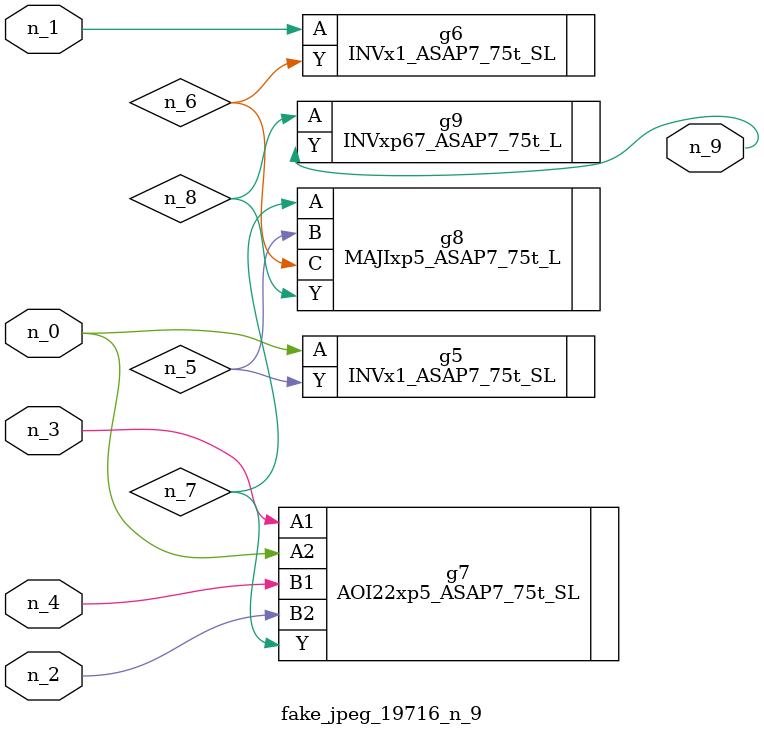
<source format=v>
module fake_jpeg_19716_n_9 (n_3, n_2, n_1, n_0, n_4, n_9);

input n_3;
input n_2;
input n_1;
input n_0;
input n_4;

output n_9;

wire n_8;
wire n_6;
wire n_5;
wire n_7;

INVx1_ASAP7_75t_SL g5 ( 
.A(n_0),
.Y(n_5)
);

INVx1_ASAP7_75t_SL g6 ( 
.A(n_1),
.Y(n_6)
);

AOI22xp5_ASAP7_75t_SL g7 ( 
.A1(n_3),
.A2(n_0),
.B1(n_4),
.B2(n_2),
.Y(n_7)
);

MAJIxp5_ASAP7_75t_L g8 ( 
.A(n_7),
.B(n_5),
.C(n_6),
.Y(n_8)
);

INVxp67_ASAP7_75t_L g9 ( 
.A(n_8),
.Y(n_9)
);


endmodule
</source>
